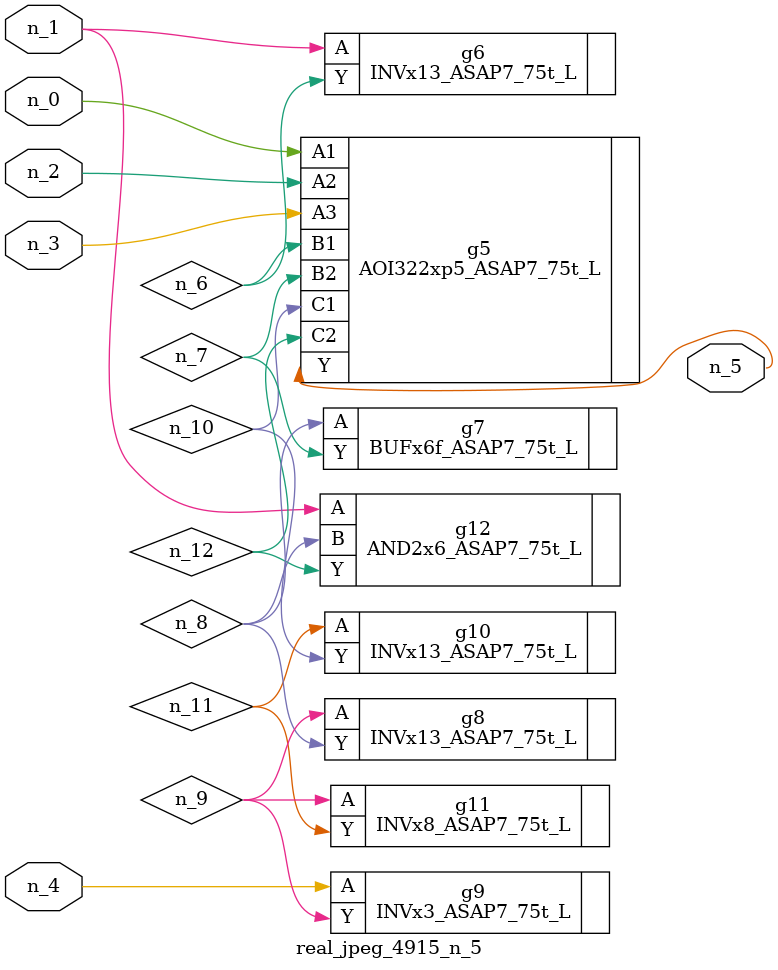
<source format=v>
module real_jpeg_4915_n_5 (n_4, n_0, n_1, n_2, n_3, n_5);

input n_4;
input n_0;
input n_1;
input n_2;
input n_3;

output n_5;

wire n_12;
wire n_8;
wire n_11;
wire n_6;
wire n_7;
wire n_10;
wire n_9;

AOI322xp5_ASAP7_75t_L g5 ( 
.A1(n_0),
.A2(n_2),
.A3(n_3),
.B1(n_6),
.B2(n_7),
.C1(n_10),
.C2(n_12),
.Y(n_5)
);

INVx13_ASAP7_75t_L g6 ( 
.A(n_1),
.Y(n_6)
);

AND2x6_ASAP7_75t_L g12 ( 
.A(n_1),
.B(n_8),
.Y(n_12)
);

INVx3_ASAP7_75t_L g9 ( 
.A(n_4),
.Y(n_9)
);

BUFx6f_ASAP7_75t_L g7 ( 
.A(n_8),
.Y(n_7)
);

INVx13_ASAP7_75t_L g8 ( 
.A(n_9),
.Y(n_8)
);

INVx8_ASAP7_75t_L g11 ( 
.A(n_9),
.Y(n_11)
);

INVx13_ASAP7_75t_L g10 ( 
.A(n_11),
.Y(n_10)
);


endmodule
</source>
